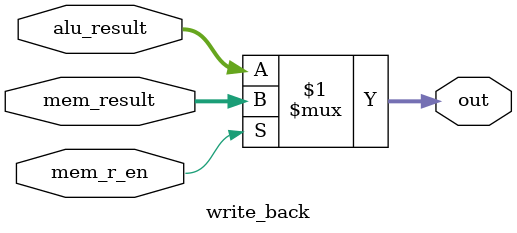
<source format=v>
module write_back(
    input [31:0] alu_result,
    input [31:0] mem_result,
    input mem_r_en,
    output [31:0] out
);

assign out = mem_r_en ? mem_result : alu_result;

endmodule // write_back
</source>
